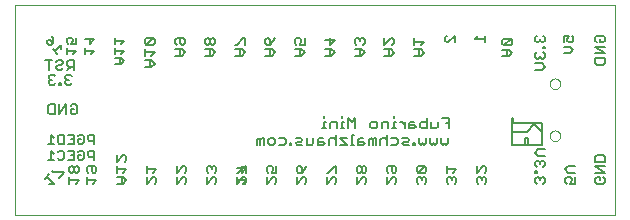
<source format=gbo>
G75*
G70*
%OFA0B0*%
%FSLAX24Y24*%
%IPPOS*%
%LPD*%
%AMOC8*
5,1,8,0,0,1.08239X$1,22.5*
%
%ADD10C,0.0070*%
%ADD11C,0.0060*%
%ADD12C,0.0000*%
%ADD13C,0.0080*%
D10*
X001290Y001188D02*
X001446Y001188D01*
X001212Y001422D01*
X001135Y001344D02*
X001290Y001500D01*
X001395Y001604D02*
X001434Y001566D01*
X001745Y001566D01*
X001784Y001527D01*
X001629Y001371D01*
X001956Y001406D02*
X001956Y001186D01*
X001956Y001296D02*
X002286Y001296D01*
X002176Y001186D01*
X002536Y001186D02*
X002536Y001406D01*
X002536Y001296D02*
X002866Y001296D01*
X002756Y001186D01*
X003536Y001186D02*
X003756Y001186D01*
X003866Y001296D01*
X003756Y001406D01*
X003536Y001406D01*
X003701Y001406D02*
X003701Y001186D01*
X004536Y001186D02*
X004756Y001406D01*
X004811Y001406D01*
X004866Y001351D01*
X004866Y001241D01*
X004811Y001186D01*
X004536Y001186D02*
X004536Y001406D01*
X004536Y001554D02*
X004536Y001775D01*
X004536Y001665D02*
X004866Y001665D01*
X004756Y001554D01*
X005536Y001554D02*
X005756Y001775D01*
X005811Y001775D01*
X005866Y001720D01*
X005866Y001610D01*
X005811Y001554D01*
X005536Y001554D02*
X005536Y001775D01*
X005536Y001406D02*
X005536Y001186D01*
X005756Y001406D01*
X005811Y001406D01*
X005866Y001351D01*
X005866Y001241D01*
X005811Y001186D01*
X006536Y001186D02*
X006756Y001406D01*
X006811Y001406D01*
X006866Y001351D01*
X006866Y001241D01*
X006811Y001186D01*
X006536Y001186D02*
X006536Y001406D01*
X006591Y001554D02*
X006536Y001610D01*
X006536Y001720D01*
X006591Y001775D01*
X006646Y001775D01*
X006701Y001720D01*
X006701Y001665D01*
X006701Y001720D02*
X006756Y001775D01*
X006811Y001775D01*
X006866Y001720D01*
X006866Y001610D01*
X006811Y001554D01*
X007536Y001554D02*
X007591Y001554D01*
X007811Y001775D01*
X007866Y001775D01*
X007866Y001554D01*
X007701Y001554D02*
X007701Y001775D01*
X007536Y001720D02*
X007866Y001720D01*
X007701Y001554D01*
X007756Y001406D02*
X007811Y001406D01*
X007866Y001351D01*
X007866Y001241D01*
X007811Y001186D01*
X007756Y001186D02*
X007866Y001296D01*
X007536Y001296D01*
X007536Y001186D02*
X007756Y001406D01*
X007536Y001406D02*
X007536Y001186D01*
X007536Y001406D01*
X008536Y001406D02*
X008536Y001186D01*
X008756Y001406D01*
X008811Y001406D01*
X008866Y001351D01*
X008866Y001241D01*
X008811Y001186D01*
X009536Y001186D02*
X009536Y001406D01*
X009591Y001554D02*
X009536Y001610D01*
X009536Y001720D01*
X009591Y001775D01*
X009646Y001775D01*
X009701Y001720D01*
X009701Y001554D01*
X009591Y001554D01*
X009701Y001554D02*
X009811Y001665D01*
X009866Y001775D01*
X010536Y001554D02*
X010591Y001554D01*
X010811Y001775D01*
X010866Y001775D01*
X010866Y001554D01*
X010811Y001406D02*
X010756Y001406D01*
X010536Y001186D01*
X010536Y001406D01*
X010811Y001406D02*
X010866Y001351D01*
X010866Y001241D01*
X010811Y001186D01*
X011536Y001186D02*
X011536Y001406D01*
X011536Y001186D02*
X011756Y001406D01*
X011811Y001406D01*
X011866Y001351D01*
X011866Y001241D01*
X011811Y001186D01*
X012536Y001186D02*
X012536Y001406D01*
X012536Y001186D02*
X012756Y001406D01*
X012811Y001406D01*
X012866Y001351D01*
X012866Y001241D01*
X012811Y001186D01*
X013536Y001241D02*
X013591Y001186D01*
X013536Y001241D02*
X013536Y001351D01*
X013591Y001406D01*
X013646Y001406D01*
X013701Y001351D01*
X013701Y001296D01*
X013701Y001351D02*
X013756Y001406D01*
X013811Y001406D01*
X013866Y001351D01*
X013866Y001241D01*
X013811Y001186D01*
X014536Y001241D02*
X014591Y001186D01*
X014536Y001241D02*
X014536Y001351D01*
X014591Y001406D01*
X014646Y001406D01*
X014701Y001351D01*
X014701Y001296D01*
X014701Y001351D02*
X014756Y001406D01*
X014811Y001406D01*
X014866Y001351D01*
X014866Y001241D01*
X014811Y001186D01*
X015536Y001241D02*
X015591Y001186D01*
X015536Y001241D02*
X015536Y001351D01*
X015591Y001406D01*
X015646Y001406D01*
X015701Y001351D01*
X015701Y001296D01*
X015701Y001351D02*
X015756Y001406D01*
X015811Y001406D01*
X015866Y001351D01*
X015866Y001241D01*
X015811Y001186D01*
X015811Y001554D02*
X015866Y001610D01*
X015866Y001720D01*
X015811Y001775D01*
X015756Y001775D01*
X015536Y001554D01*
X015536Y001775D01*
X014866Y001665D02*
X014536Y001665D01*
X014536Y001775D02*
X014536Y001554D01*
X014756Y001554D02*
X014866Y001665D01*
X013866Y001610D02*
X013866Y001720D01*
X013811Y001775D01*
X013591Y001554D01*
X013536Y001610D01*
X013536Y001720D01*
X013591Y001775D01*
X013811Y001775D01*
X013866Y001610D02*
X013811Y001554D01*
X013591Y001554D01*
X012866Y001610D02*
X012811Y001554D01*
X012756Y001554D01*
X012701Y001610D01*
X012701Y001775D01*
X012591Y001775D02*
X012811Y001775D01*
X012866Y001720D01*
X012866Y001610D01*
X012591Y001554D02*
X012536Y001610D01*
X012536Y001720D01*
X012591Y001775D01*
X011866Y001720D02*
X011866Y001610D01*
X011811Y001554D01*
X011756Y001554D01*
X011701Y001610D01*
X011701Y001720D01*
X011646Y001775D01*
X011591Y001775D01*
X011536Y001720D01*
X011536Y001610D01*
X011591Y001554D01*
X011646Y001554D01*
X011701Y001610D01*
X011701Y001720D02*
X011756Y001775D01*
X011811Y001775D01*
X011866Y001720D01*
X009866Y001351D02*
X009866Y001241D01*
X009811Y001186D01*
X009866Y001351D02*
X009811Y001406D01*
X009756Y001406D01*
X009536Y001186D01*
X008866Y001554D02*
X008701Y001554D01*
X008756Y001665D01*
X008756Y001720D01*
X008701Y001775D01*
X008591Y001775D01*
X008536Y001720D01*
X008536Y001610D01*
X008591Y001554D01*
X008866Y001554D02*
X008866Y001775D01*
X003866Y001665D02*
X003536Y001665D01*
X003536Y001775D02*
X003536Y001554D01*
X003756Y001554D02*
X003866Y001665D01*
X003811Y001923D02*
X003866Y001978D01*
X003866Y002088D01*
X003811Y002143D01*
X003756Y002143D01*
X003536Y001923D01*
X003536Y002143D01*
X002866Y001720D02*
X002811Y001775D01*
X002591Y001775D01*
X002536Y001720D01*
X002536Y001610D01*
X002591Y001554D01*
X002701Y001610D02*
X002701Y001775D01*
X002866Y001720D02*
X002866Y001610D01*
X002811Y001554D01*
X002756Y001554D01*
X002701Y001610D01*
X002286Y001610D02*
X002286Y001720D01*
X002231Y001775D01*
X002176Y001775D01*
X002121Y001720D01*
X002121Y001610D01*
X002176Y001554D01*
X002231Y001554D01*
X002286Y001610D01*
X002121Y001610D02*
X002066Y001554D01*
X002011Y001554D01*
X001956Y001610D01*
X001956Y001720D01*
X002011Y001775D01*
X002066Y001775D01*
X002121Y001720D01*
X002166Y003496D02*
X002056Y003496D01*
X002001Y003551D01*
X002001Y003661D01*
X002111Y003661D01*
X002221Y003771D02*
X002221Y003551D01*
X002166Y003496D01*
X001853Y003496D02*
X001853Y003826D01*
X001633Y003496D01*
X001633Y003826D01*
X001484Y003826D02*
X001319Y003826D01*
X001264Y003771D01*
X001264Y003551D01*
X001319Y003496D01*
X001484Y003496D01*
X001484Y003826D01*
X002001Y003771D02*
X002056Y003826D01*
X002166Y003826D01*
X002221Y003771D01*
X001992Y004486D02*
X002047Y004541D01*
X001992Y004486D02*
X001882Y004486D01*
X001827Y004541D01*
X001827Y004596D01*
X001882Y004651D01*
X001937Y004651D01*
X001882Y004651D02*
X001827Y004706D01*
X001827Y004761D01*
X001882Y004816D01*
X001992Y004816D01*
X002047Y004761D01*
X002115Y004974D02*
X002115Y005305D01*
X001949Y005305D01*
X001894Y005250D01*
X001894Y005140D01*
X001949Y005084D01*
X002115Y005084D01*
X002004Y005084D02*
X001894Y004974D01*
X001746Y005029D02*
X001691Y004974D01*
X001581Y004974D01*
X001526Y005029D01*
X001526Y005084D01*
X001581Y005140D01*
X001691Y005140D01*
X001746Y005195D01*
X001746Y005250D01*
X001691Y005305D01*
X001581Y005305D01*
X001526Y005250D01*
X001378Y005305D02*
X001158Y005305D01*
X001268Y005305D02*
X001268Y004974D01*
X001329Y004816D02*
X001274Y004761D01*
X001274Y004706D01*
X001329Y004651D01*
X001274Y004596D01*
X001274Y004541D01*
X001329Y004486D01*
X001439Y004486D01*
X001494Y004541D01*
X001624Y004541D02*
X001624Y004486D01*
X001679Y004486D01*
X001679Y004541D01*
X001624Y004541D01*
X001384Y004651D02*
X001329Y004651D01*
X001329Y004816D02*
X001439Y004816D01*
X001494Y004761D01*
X004476Y005081D02*
X004696Y005081D01*
X004806Y005191D01*
X004696Y005301D01*
X004476Y005301D01*
X004641Y005301D02*
X004641Y005081D01*
X004696Y005450D02*
X004806Y005560D01*
X004476Y005560D01*
X004476Y005450D02*
X004476Y005670D01*
X004531Y005818D02*
X004751Y006038D01*
X004531Y006038D01*
X004476Y005983D01*
X004476Y005873D01*
X004531Y005818D01*
X004751Y005818D01*
X004806Y005873D01*
X004806Y005983D01*
X004751Y006038D01*
X005486Y005983D02*
X005486Y005873D01*
X005541Y005818D01*
X005651Y005873D02*
X005651Y006038D01*
X005541Y006038D02*
X005761Y006038D01*
X005816Y005983D01*
X005816Y005873D01*
X005761Y005818D01*
X005706Y005818D01*
X005651Y005873D01*
X005486Y005983D02*
X005541Y006038D01*
X006486Y005983D02*
X006486Y005873D01*
X006541Y005818D01*
X006596Y005818D01*
X006651Y005873D01*
X006651Y005983D01*
X006596Y006038D01*
X006541Y006038D01*
X006486Y005983D01*
X006651Y005983D02*
X006706Y006038D01*
X006761Y006038D01*
X006816Y005983D01*
X006816Y005873D01*
X006761Y005818D01*
X006706Y005818D01*
X006651Y005873D01*
X006651Y005670D02*
X006651Y005450D01*
X006706Y005450D02*
X006486Y005450D01*
X006706Y005450D02*
X006816Y005560D01*
X006706Y005670D01*
X006486Y005670D01*
X005816Y005560D02*
X005706Y005450D01*
X005486Y005450D01*
X005651Y005450D02*
X005651Y005670D01*
X005706Y005670D02*
X005486Y005670D01*
X005706Y005670D02*
X005816Y005560D01*
X007486Y005670D02*
X007706Y005670D01*
X007816Y005560D01*
X007706Y005450D01*
X007486Y005450D01*
X007651Y005450D02*
X007651Y005670D01*
X007541Y005818D02*
X007486Y005818D01*
X007541Y005818D02*
X007761Y006038D01*
X007816Y006038D01*
X007816Y005818D01*
X008486Y005873D02*
X008486Y005983D01*
X008541Y006038D01*
X008596Y006038D01*
X008651Y005983D01*
X008651Y005818D01*
X008541Y005818D01*
X008486Y005873D01*
X008651Y005818D02*
X008761Y005928D01*
X008816Y006038D01*
X009476Y005983D02*
X009476Y005873D01*
X009531Y005818D01*
X009641Y005818D02*
X009696Y005928D01*
X009696Y005983D01*
X009641Y006038D01*
X009531Y006038D01*
X009476Y005983D01*
X009641Y005818D02*
X009806Y005818D01*
X009806Y006038D01*
X010476Y005983D02*
X010806Y005983D01*
X010641Y005818D01*
X010641Y006038D01*
X011476Y005983D02*
X011476Y005873D01*
X011531Y005818D01*
X011751Y005818D02*
X011806Y005873D01*
X011806Y005983D01*
X011751Y006038D01*
X011696Y006038D01*
X011641Y005983D01*
X011586Y006038D01*
X011531Y006038D01*
X011476Y005983D01*
X011641Y005983D02*
X011641Y005928D01*
X011641Y005670D02*
X011641Y005450D01*
X011696Y005450D02*
X011806Y005560D01*
X011696Y005670D01*
X011476Y005670D01*
X011476Y005450D02*
X011696Y005450D01*
X012456Y005440D02*
X012676Y005440D01*
X012786Y005550D01*
X012676Y005660D01*
X012456Y005660D01*
X012621Y005660D02*
X012621Y005440D01*
X013466Y005440D02*
X013686Y005440D01*
X013796Y005550D01*
X013686Y005660D01*
X013466Y005660D01*
X013631Y005660D02*
X013631Y005440D01*
X013686Y005808D02*
X013796Y005918D01*
X013466Y005918D01*
X013466Y005808D02*
X013466Y006028D01*
X012786Y005973D02*
X012786Y005863D01*
X012731Y005808D01*
X012676Y006028D02*
X012456Y005808D01*
X012456Y006028D01*
X012676Y006028D02*
X012731Y006028D01*
X012786Y005973D01*
X014486Y005951D02*
X014541Y005896D01*
X014596Y005896D01*
X014816Y006116D01*
X014816Y005896D01*
X014486Y005951D02*
X014486Y006061D01*
X014541Y006116D01*
X015486Y006006D02*
X015816Y006006D01*
X015816Y006116D02*
X015816Y005896D01*
X015596Y006116D02*
X015486Y006006D01*
X016396Y005963D02*
X016396Y005853D01*
X016451Y005798D01*
X016671Y006018D01*
X016451Y006018D01*
X016396Y005963D01*
X016451Y005798D02*
X016671Y005798D01*
X016726Y005853D01*
X016726Y005963D01*
X016671Y006018D01*
X017486Y006061D02*
X017486Y005951D01*
X017541Y005896D01*
X017596Y005896D01*
X017651Y005951D01*
X017706Y005896D01*
X017761Y005896D01*
X017816Y005951D01*
X017816Y006061D01*
X017761Y006116D01*
X017651Y006006D02*
X017651Y005951D01*
X017541Y006116D02*
X017486Y006061D01*
X017761Y005748D02*
X017761Y005693D01*
X017816Y005693D01*
X017816Y005748D01*
X017761Y005748D01*
X017761Y005564D02*
X017816Y005509D01*
X017816Y005399D01*
X017761Y005344D01*
X017706Y005344D01*
X017651Y005399D01*
X017651Y005454D01*
X017651Y005399D02*
X017596Y005344D01*
X017541Y005344D01*
X017486Y005399D01*
X017486Y005509D01*
X017541Y005564D01*
X016726Y005540D02*
X016616Y005650D01*
X016396Y005650D01*
X016561Y005650D02*
X016561Y005430D01*
X016616Y005430D02*
X016726Y005540D01*
X016616Y005430D02*
X016396Y005430D01*
X017486Y005195D02*
X017706Y005195D01*
X017816Y005085D01*
X017706Y004975D01*
X017486Y004975D01*
X018436Y005528D02*
X018656Y005528D01*
X018766Y005638D01*
X018656Y005748D01*
X018436Y005748D01*
X018436Y005896D02*
X018436Y006116D01*
X018601Y006116D01*
X018546Y006006D01*
X018546Y005951D01*
X018601Y005896D01*
X018711Y005896D01*
X018766Y005951D01*
X018766Y006061D01*
X018711Y006116D01*
X019486Y006061D02*
X019486Y005951D01*
X019541Y005896D01*
X019651Y005896D02*
X019651Y006006D01*
X019761Y005896D02*
X019816Y005951D01*
X019816Y006061D01*
X019761Y006116D01*
X019541Y006116D01*
X019486Y006061D01*
X019651Y005896D02*
X019761Y005896D01*
X019816Y005748D02*
X019486Y005748D01*
X019816Y005528D01*
X019486Y005528D01*
X019486Y005380D02*
X019486Y005214D01*
X019541Y005159D01*
X019761Y005159D01*
X019816Y005214D01*
X019816Y005380D01*
X019486Y005380D01*
X017816Y002327D02*
X017596Y002327D01*
X017486Y002217D01*
X017596Y002107D01*
X017816Y002107D01*
X017761Y001959D02*
X017706Y001959D01*
X017651Y001904D01*
X017596Y001959D01*
X017541Y001959D01*
X017486Y001904D01*
X017486Y001794D01*
X017541Y001739D01*
X017541Y001610D02*
X017486Y001610D01*
X017486Y001554D01*
X017541Y001554D01*
X017541Y001610D01*
X017761Y001739D02*
X017816Y001794D01*
X017816Y001904D01*
X017761Y001959D01*
X017651Y001904D02*
X017651Y001849D01*
X018486Y001665D02*
X018596Y001554D01*
X018816Y001554D01*
X018596Y001775D02*
X018486Y001665D01*
X018596Y001775D02*
X018816Y001775D01*
X019486Y001775D02*
X019816Y001775D01*
X019816Y001923D02*
X019486Y001923D01*
X019486Y002088D01*
X019541Y002143D01*
X019761Y002143D01*
X019816Y002088D01*
X019816Y001923D01*
X019486Y001775D02*
X019816Y001554D01*
X019486Y001554D01*
X019541Y001406D02*
X019651Y001406D01*
X019651Y001296D01*
X019541Y001186D02*
X019486Y001241D01*
X019486Y001351D01*
X019541Y001406D01*
X019761Y001406D02*
X019816Y001351D01*
X019816Y001241D01*
X019761Y001186D01*
X019541Y001186D01*
X018816Y001186D02*
X018651Y001186D01*
X018706Y001296D01*
X018706Y001351D01*
X018651Y001406D01*
X018541Y001406D01*
X018486Y001351D01*
X018486Y001241D01*
X018541Y001186D01*
X018816Y001186D02*
X018816Y001406D01*
X017816Y001351D02*
X017816Y001241D01*
X017761Y001186D01*
X017651Y001296D02*
X017651Y001351D01*
X017596Y001406D01*
X017541Y001406D01*
X017486Y001351D01*
X017486Y001241D01*
X017541Y001186D01*
X017651Y001351D02*
X017706Y001406D01*
X017761Y001406D01*
X017816Y001351D01*
X010806Y005560D02*
X010696Y005450D01*
X010476Y005450D01*
X010641Y005450D02*
X010641Y005670D01*
X010696Y005670D02*
X010476Y005670D01*
X010696Y005670D02*
X010806Y005560D01*
X009806Y005560D02*
X009696Y005670D01*
X009476Y005670D01*
X009641Y005670D02*
X009641Y005450D01*
X009696Y005450D02*
X009806Y005560D01*
X009696Y005450D02*
X009476Y005450D01*
X008816Y005560D02*
X008706Y005670D01*
X008486Y005670D01*
X008651Y005670D02*
X008651Y005450D01*
X008706Y005450D02*
X008816Y005560D01*
X008706Y005450D02*
X008486Y005450D01*
D11*
X003791Y005287D02*
X003691Y005187D01*
X003491Y005187D01*
X003641Y005187D02*
X003641Y005387D01*
X003691Y005387D02*
X003491Y005387D01*
X003691Y005387D02*
X003791Y005287D01*
X003691Y005518D02*
X003791Y005618D01*
X003491Y005618D01*
X003491Y005518D02*
X003491Y005718D01*
X003491Y005850D02*
X003491Y006050D01*
X003491Y005950D02*
X003791Y005950D01*
X003691Y005850D01*
X002791Y006000D02*
X002641Y005850D01*
X002641Y006050D01*
X002491Y006000D02*
X002791Y006000D01*
X002170Y006051D02*
X002170Y005851D01*
X002020Y005851D01*
X002070Y005951D01*
X002070Y006001D01*
X002020Y006051D01*
X001920Y006051D01*
X001870Y006001D01*
X001870Y005901D01*
X001920Y005851D01*
X001688Y005806D02*
X001476Y005594D01*
X001547Y005523D02*
X001405Y005665D01*
X001348Y005793D02*
X001277Y005793D01*
X001206Y005864D01*
X001206Y005934D01*
X001241Y005970D01*
X001312Y005970D01*
X001418Y005864D01*
X001348Y005793D01*
X001418Y005864D02*
X001418Y006005D01*
X001383Y006111D01*
X001688Y005806D02*
X001688Y005665D01*
X001870Y005619D02*
X002170Y005619D01*
X002070Y005519D01*
X001870Y005519D02*
X001870Y005719D01*
X002491Y005718D02*
X002491Y005518D01*
X002491Y005618D02*
X002791Y005618D01*
X002691Y005518D01*
X002628Y002811D02*
X002578Y002761D01*
X002578Y002661D01*
X002628Y002611D01*
X002779Y002611D01*
X002779Y002511D02*
X002779Y002811D01*
X002628Y002811D01*
X002447Y002761D02*
X002447Y002561D01*
X002397Y002511D01*
X002297Y002511D01*
X002247Y002561D01*
X002247Y002661D01*
X002347Y002661D01*
X002247Y002761D02*
X002297Y002811D01*
X002397Y002811D01*
X002447Y002761D01*
X002116Y002811D02*
X002116Y002511D01*
X001916Y002511D01*
X001784Y002511D02*
X001634Y002511D01*
X001584Y002561D01*
X001584Y002761D01*
X001634Y002811D01*
X001784Y002811D01*
X001784Y002511D01*
X001453Y002511D02*
X001253Y002511D01*
X001353Y002511D02*
X001353Y002811D01*
X001453Y002711D01*
X001916Y002811D02*
X002116Y002811D01*
X002116Y002661D02*
X002016Y002661D01*
X001916Y002291D02*
X002116Y002291D01*
X002116Y001991D01*
X001916Y001991D01*
X001784Y002041D02*
X001734Y001991D01*
X001634Y001991D01*
X001584Y002041D01*
X001453Y001991D02*
X001253Y001991D01*
X001353Y001991D02*
X001353Y002291D01*
X001453Y002191D01*
X001584Y002241D02*
X001634Y002291D01*
X001734Y002291D01*
X001784Y002241D01*
X001784Y002041D01*
X002016Y002141D02*
X002116Y002141D01*
X002247Y002141D02*
X002347Y002141D01*
X002247Y002141D02*
X002247Y002041D01*
X002297Y001991D01*
X002397Y001991D01*
X002447Y002041D01*
X002447Y002241D01*
X002397Y002291D01*
X002297Y002291D01*
X002247Y002241D01*
X002578Y002241D02*
X002578Y002141D01*
X002628Y002091D01*
X002779Y002091D01*
X002779Y001991D02*
X002779Y002291D01*
X002628Y002291D01*
X002578Y002241D01*
X008216Y002471D02*
X008216Y002641D01*
X008273Y002698D01*
X008329Y002641D01*
X008329Y002471D01*
X008443Y002471D02*
X008443Y002698D01*
X008386Y002698D01*
X008329Y002641D01*
X008584Y002641D02*
X008641Y002698D01*
X008754Y002698D01*
X008811Y002641D01*
X008811Y002528D01*
X008754Y002471D01*
X008641Y002471D01*
X008584Y002528D01*
X008584Y002641D01*
X008953Y002698D02*
X009123Y002698D01*
X009179Y002641D01*
X009179Y002528D01*
X009123Y002471D01*
X008953Y002471D01*
X009307Y002471D02*
X009307Y002528D01*
X009364Y002528D01*
X009364Y002471D01*
X009307Y002471D01*
X009505Y002528D02*
X009562Y002585D01*
X009675Y002585D01*
X009732Y002641D01*
X009675Y002698D01*
X009505Y002698D01*
X009505Y002528D02*
X009562Y002471D01*
X009732Y002471D01*
X009873Y002471D02*
X009873Y002698D01*
X010100Y002698D02*
X010100Y002528D01*
X010043Y002471D01*
X009873Y002471D01*
X010242Y002471D02*
X010412Y002471D01*
X010468Y002528D01*
X010412Y002585D01*
X010242Y002585D01*
X010242Y002641D02*
X010242Y002471D01*
X010610Y002471D02*
X010610Y002641D01*
X010667Y002698D01*
X010780Y002698D01*
X010837Y002641D01*
X010978Y002698D02*
X011205Y002471D01*
X010978Y002471D01*
X010837Y002471D02*
X010837Y002811D01*
X010978Y002698D02*
X011205Y002698D01*
X011394Y002811D02*
X011394Y002471D01*
X011451Y002471D02*
X011337Y002471D01*
X011592Y002471D02*
X011762Y002471D01*
X011819Y002528D01*
X011762Y002585D01*
X011592Y002585D01*
X011592Y002641D02*
X011592Y002471D01*
X011960Y002471D02*
X011960Y002641D01*
X012017Y002698D01*
X012074Y002641D01*
X012074Y002471D01*
X012187Y002471D02*
X012187Y002698D01*
X012131Y002698D01*
X012074Y002641D01*
X012329Y002641D02*
X012329Y002471D01*
X012556Y002471D02*
X012556Y002811D01*
X012499Y002698D02*
X012385Y002698D01*
X012329Y002641D01*
X012499Y002698D02*
X012556Y002641D01*
X012697Y002698D02*
X012867Y002698D01*
X012924Y002641D01*
X012924Y002528D01*
X012867Y002471D01*
X012697Y002471D01*
X013065Y002528D02*
X013122Y002585D01*
X013235Y002585D01*
X013292Y002641D01*
X013235Y002698D01*
X013065Y002698D01*
X013065Y002528D02*
X013122Y002471D01*
X013292Y002471D01*
X013420Y002471D02*
X013420Y002528D01*
X013476Y002528D01*
X013476Y002471D01*
X013420Y002471D01*
X013618Y002528D02*
X013618Y002698D01*
X013845Y002698D02*
X013845Y002528D01*
X013788Y002471D01*
X013731Y002528D01*
X013674Y002471D01*
X013618Y002528D01*
X013986Y002528D02*
X013986Y002698D01*
X014213Y002698D02*
X014213Y002528D01*
X014156Y002471D01*
X014099Y002528D01*
X014043Y002471D01*
X013986Y002528D01*
X014354Y002528D02*
X014354Y002698D01*
X014581Y002698D02*
X014581Y002528D01*
X014524Y002471D01*
X014468Y002528D01*
X014411Y002471D01*
X014354Y002528D01*
X014196Y003031D02*
X014026Y003031D01*
X014026Y003258D01*
X013885Y003258D02*
X013714Y003258D01*
X013658Y003201D01*
X013658Y003088D01*
X013714Y003031D01*
X013885Y003031D01*
X013885Y003371D01*
X014253Y003258D02*
X014253Y003088D01*
X014196Y003031D01*
X014508Y003201D02*
X014621Y003201D01*
X014621Y003031D02*
X014621Y003371D01*
X014394Y003371D01*
X013516Y003088D02*
X013460Y003145D01*
X013289Y003145D01*
X013289Y003201D02*
X013289Y003031D01*
X013460Y003031D01*
X013516Y003088D01*
X013346Y003258D02*
X013289Y003201D01*
X013346Y003258D02*
X013460Y003258D01*
X013148Y003258D02*
X013148Y003031D01*
X012841Y003031D02*
X012728Y003031D01*
X012784Y003031D02*
X012784Y003258D01*
X012841Y003258D01*
X012978Y003258D02*
X013035Y003258D01*
X013148Y003145D01*
X012596Y003031D02*
X012596Y003258D01*
X012425Y003258D01*
X012369Y003201D01*
X012369Y003031D01*
X012227Y003088D02*
X012171Y003031D01*
X012057Y003031D01*
X012000Y003088D01*
X012000Y003201D01*
X012057Y003258D01*
X012171Y003258D01*
X012227Y003201D01*
X012227Y003088D01*
X012784Y003371D02*
X012784Y003428D01*
X011491Y003371D02*
X011491Y003031D01*
X011264Y003031D02*
X011264Y003371D01*
X011377Y003258D01*
X011491Y003371D01*
X011122Y003258D02*
X011066Y003258D01*
X011066Y003031D01*
X011122Y003031D02*
X011009Y003031D01*
X010877Y003031D02*
X010877Y003258D01*
X010707Y003258D01*
X010650Y003201D01*
X010650Y003031D01*
X010509Y003031D02*
X010395Y003031D01*
X010452Y003031D02*
X010452Y003258D01*
X010509Y003258D01*
X010452Y003371D02*
X010452Y003428D01*
X011066Y003428D02*
X011066Y003371D01*
X011394Y002811D02*
X011451Y002811D01*
X011592Y002641D02*
X011649Y002698D01*
X011762Y002698D01*
X010412Y002698D02*
X010298Y002698D01*
X010242Y002641D01*
D12*
X000151Y000151D02*
X000151Y007151D01*
X020151Y007151D01*
X020151Y000151D01*
X000151Y000151D01*
X017974Y002785D02*
X017976Y002811D01*
X017982Y002837D01*
X017992Y002862D01*
X018005Y002885D01*
X018021Y002905D01*
X018041Y002923D01*
X018063Y002938D01*
X018086Y002950D01*
X018112Y002958D01*
X018138Y002962D01*
X018164Y002962D01*
X018190Y002958D01*
X018216Y002950D01*
X018240Y002938D01*
X018261Y002923D01*
X018281Y002905D01*
X018297Y002885D01*
X018310Y002862D01*
X018320Y002837D01*
X018326Y002811D01*
X018328Y002785D01*
X018326Y002759D01*
X018320Y002733D01*
X018310Y002708D01*
X018297Y002685D01*
X018281Y002665D01*
X018261Y002647D01*
X018239Y002632D01*
X018216Y002620D01*
X018190Y002612D01*
X018164Y002608D01*
X018138Y002608D01*
X018112Y002612D01*
X018086Y002620D01*
X018062Y002632D01*
X018041Y002647D01*
X018021Y002665D01*
X018005Y002685D01*
X017992Y002708D01*
X017982Y002733D01*
X017976Y002759D01*
X017974Y002785D01*
X017974Y004517D02*
X017976Y004543D01*
X017982Y004569D01*
X017992Y004594D01*
X018005Y004617D01*
X018021Y004637D01*
X018041Y004655D01*
X018063Y004670D01*
X018086Y004682D01*
X018112Y004690D01*
X018138Y004694D01*
X018164Y004694D01*
X018190Y004690D01*
X018216Y004682D01*
X018240Y004670D01*
X018261Y004655D01*
X018281Y004637D01*
X018297Y004617D01*
X018310Y004594D01*
X018320Y004569D01*
X018326Y004543D01*
X018328Y004517D01*
X018326Y004491D01*
X018320Y004465D01*
X018310Y004440D01*
X018297Y004417D01*
X018281Y004397D01*
X018261Y004379D01*
X018239Y004364D01*
X018216Y004352D01*
X018190Y004344D01*
X018164Y004340D01*
X018138Y004340D01*
X018112Y004344D01*
X018086Y004352D01*
X018062Y004364D01*
X018041Y004379D01*
X018021Y004397D01*
X018005Y004417D01*
X017992Y004440D01*
X017982Y004465D01*
X017976Y004491D01*
X017974Y004517D01*
D13*
X016761Y003371D02*
X016711Y003371D01*
X016711Y002921D01*
X017211Y002921D01*
X017461Y003171D01*
X017711Y002921D01*
X017711Y003221D01*
X016761Y003221D01*
X016761Y003371D01*
X016711Y002921D02*
X016711Y002471D01*
X017161Y002471D01*
X017161Y002721D01*
X017261Y002721D01*
X017261Y002521D01*
X017161Y002471D02*
X017711Y002471D01*
X017711Y002921D01*
M02*

</source>
